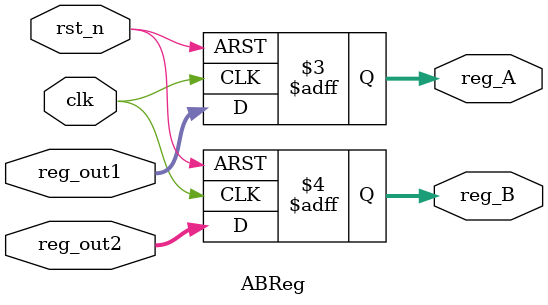
<source format=v>
module ABReg(
	input clk,rst_n,
	input [31:0]reg_out1,reg_out2,
	output reg [31:0]reg_A,reg_B
   );

	always@(posedge clk, negedge rst_n)
	begin
		if(~rst_n)
		begin
			reg_A <= 32'bx;
			reg_B <= 32'bx;
		end
		else
		begin
			reg_A <= reg_out1;
			reg_B <= reg_out2;
		end
	end

endmodule

</source>
